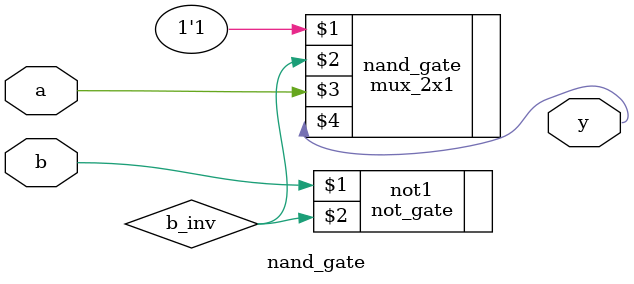
<source format=v>
module nand_gate(
	input a, b,
	output y
);

wire b_inv;
not_gate not1 (b, b_inv);

mux_2x1 nand_gate (1'b1, b_inv, a, y);

endmodule

</source>
